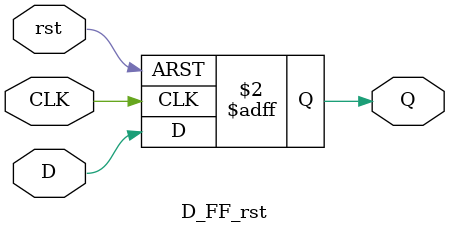
<source format=v>
module D_FF_rst(D, rst, CLK, Q);

parameter WIDTH = 1;
input rst, CLK; 
input [WIDTH-1: 0] D;
output reg [WIDTH-1: 0] Q;

always @(posedge CLK, posedge rst) begin
    
    if(rst)begin
        Q <= 0; 
    end
    else begin
        Q <= D;
    end

end

endmodule
</source>
